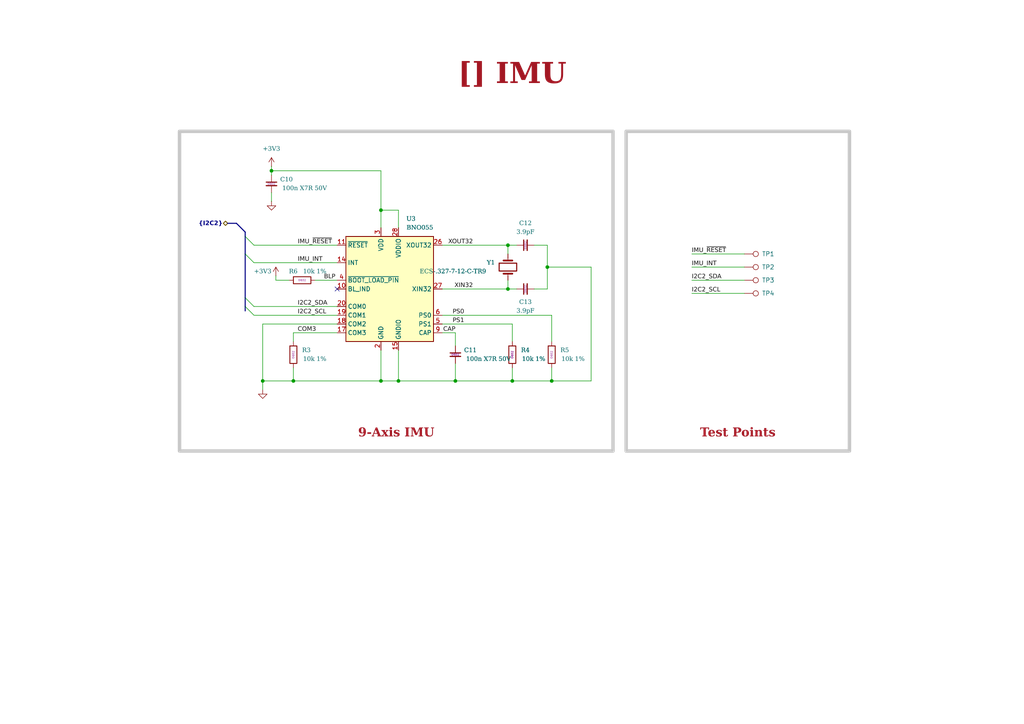
<source format=kicad_sch>
(kicad_sch (version 20231120) (generator "eeschema") (generator_version "8.0")
  (paper "A4")
  (title_block (title "IMU") (date "2025-01-12") (rev "${REVISION}") (company "${COMPANY}"))
  (lib_symbols
    (symbol "Connector:TestPoint" (pin_numbers hide) (pin_names (offset 0.762) hide)
      (property "Reference" "TP" (at 0 6.858 0))
      (property "Value" "TestPoint" (at 0 5.08 0))
      (symbol "TestPoint_0_1"
        (circle (center 0 3.302) (radius 0.762))
      )
      (symbol "TestPoint_1_1"
        (pin passive line (at 0 0 90) (length 2.54) (name "1") (number "1"))
      )
    )
    (symbol "Device:C_Small" (pin_numbers hide) (pin_names (offset 0.254) hide)
      (property "Reference" "C" (at 0.254 1.778 0))
      (property "Value" "C_Small" (at 0.254 -2.032 0))
      (symbol "C_Small_0_1"
        (polyline (pts (xy -1.524 -0.508) (xy 1.524 -0.508)) (stroke (width 0.3302)))
        (polyline (pts (xy -1.524 0.508) (xy 1.524 0.508)) (stroke (width 0.3048)))
      )
      (symbol "C_Small_1_1"
        (pin passive line (at 0 2.54 270) (length 2.032) (name "~") (number "1"))
        (pin passive line (at 0 -2.54 90) (length 2.032) (name "~") (number "2"))
      )
    )
    (symbol "Device:Crystal" (pin_numbers hide) (pin_names (offset 1.016) hide)
      (property "Reference" "Y" (at 0 3.81 0))
      (property "Value" "Crystal" (at 0 -3.81 0))
      (symbol "Crystal_0_1"
        (rectangle (start -1.143 2.54) (end 1.143 -2.54) (stroke (width 0.3048)))
        (polyline (pts (xy -2.54 0) (xy -1.905 0)))
        (polyline (pts (xy -1.905 -1.27) (xy -1.905 1.27)) (stroke (width 0.508)))
        (polyline (pts (xy 1.905 -1.27) (xy 1.905 1.27)) (stroke (width 0.508)))
        (polyline (pts (xy 2.54 0) (xy 1.905 0)))
      )
      (symbol "Crystal_1_1"
        (pin passive line (at -3.81 0 0) (length 1.27) (name "1") (number "1"))
        (pin passive line (at 3.81 0 180) (length 1.27) (name "2") (number "2"))
      )
    )
    (symbol "Device:R" (pin_numbers hide) (pin_names (offset 0))
      (property "Reference" "R" (at 2.032 0 90))
      (property "Value" "R" (at 0 0 90))
      (symbol "R_0_1"
        (rectangle (start -1.016 -2.54) (end 1.016 2.54) (stroke (width 0.254)))
      )
      (symbol "R_1_1"
        (pin passive line (at 0 3.81 270) (length 1.27) (name "~") (number "1"))
        (pin passive line (at 0 -3.81 90) (length 1.27) (name "~") (number "2"))
      )
    )
    (symbol "GND_1" (power) (pin_numbers hide) (pin_names (offset 0) hide)
      (property "Value" "GND" (at 0 -3.81 0))
      (symbol "GND_1_0_1"
        (polyline (pts (xy 0 0) (xy 0 -1.27) (xy 1.27 -1.27) (xy 0 -2.54) (xy -1.27 -1.27) (xy 0 -1.27)))
      )
      (symbol "GND_1_1_1"
        (pin power_in line (at 0 0 270) (length 0) (name "~") (number "1"))
      )
    )
    (symbol "Sensor_Motion:BNO055"
      (property "Reference" "U" (at -11.43 16.51 0))
      (property "Value" "BNO055" (at 12.7 16.51 0))
      (symbol "BNO055_0_1"
        (rectangle (start -12.7 15.24) (end 12.7 -15.24) (stroke (width 0.254)) (fill (type background)))
      )
      (symbol "BNO055_1_1"
        (pin no_connect line (at -12.7 10.16 0) (length 2.54) hide (name "PIN1") (number "1"))
        (pin output line (at -15.24 0 0) (length 2.54) (name "BL_IND") (number "10"))
        (pin input line (at -15.24 12.7 0) (length 2.54) (name "~{RESET}") (number "11"))
        (pin no_connect line (at 12.7 10.16 180) (length 2.54) hide (name "PIN12") (number "12"))
        (pin no_connect line (at 12.7 7.62 180) (length 2.54) hide (name "PIN13") (number "13"))
        (pin output line (at -15.24 7.62 0) (length 2.54) (name "INT") (number "14"))
        (pin power_in line (at 2.54 -17.78 90) (length 2.54) (name "GNDIO") (number "15"))
        (pin passive line (at 2.54 -17.78 90) (length 2.54) hide (name "GNDIO") (number "16"))
        (pin input line (at -15.24 -12.7 0) (length 2.54) (name "COM3") (number "17"))
        (pin passive line (at -15.24 -10.16 0) (length 2.54) (name "COM2") (number "18"))
        (pin bidirectional line (at -15.24 -7.62 0) (length 2.54) (name "COM1") (number "19"))
        (pin power_in line (at -2.54 -17.78 90) (length 2.54) (name "GND") (number "2"))
        (pin bidirectional line (at -15.24 -5.08 0) (length 2.54) (name "COM0") (number "20"))
        (pin no_connect line (at 12.7 5.08 180) (length 2.54) hide (name "PIN21") (number "21"))
        (pin no_connect line (at 12.7 2.54 180) (length 2.54) hide (name "PIN22") (number "22"))
        (pin no_connect line (at 12.7 -2.54 180) (length 2.54) hide (name "PIN23") (number "23"))
        (pin no_connect line (at 12.7 -5.08 180) (length 2.54) hide (name "PIN24") (number "24"))
        (pin passive line (at 2.54 -17.78 90) (length 2.54) hide (name "GNDIO") (number "25"))
        (pin output line (at 15.24 12.7 180) (length 2.54) (name "XOUT32") (number "26"))
        (pin input line (at 15.24 0 180) (length 2.54) (name "XIN32") (number "27"))
        (pin power_in line (at 2.54 17.78 270) (length 2.54) (name "VDDIO") (number "28"))
        (pin power_in line (at -2.54 17.78 270) (length 2.54) (name "VDD") (number "3"))
        (pin input line (at -15.24 2.54 0) (length 2.54) (name "~{BOOT_LOAD_PIN}") (number "4"))
        (pin input line (at 15.24 -10.16 180) (length 2.54) (name "PS1") (number "5"))
        (pin input line (at 15.24 -7.62 180) (length 2.54) (name "PS0") (number "6"))
        (pin no_connect line (at -12.7 5.08 0) (length 2.54) hide (name "PIN7") (number "7"))
        (pin no_connect line (at -12.7 -2.54 0) (length 2.54) hide (name "PIN8") (number "8"))
        (pin passive line (at 15.24 -12.7 180) (length 2.54) (name "CAP") (number "9"))
      )
    )
    (symbol "power:+3V3" (power) (pin_numbers hide) (pin_names (offset 0) hide)
      (property "Value" "+3V3" (at 0 3.556 0))
      (symbol "+3V3_0_1"
        (polyline (pts (xy -0.762 1.27) (xy 0 2.54)))
        (polyline (pts (xy 0 0) (xy 0 2.54)))
        (polyline (pts (xy 0 2.54) (xy 0.762 1.27)))
      )
      (symbol "+3V3_1_1"
        (pin power_in line (at 0 0 90) (length 0) (name "~") (number "1"))
      )
    )
  )
  (junction (at 158.75 77.47))
  (junction (at 147.32 71.12))
  (junction (at 85.09 110.49))
  (junction (at 76.2 110.49))
  (junction (at 78.74 49.53))
  (junction (at 132.08 110.49))
  (junction (at 148.59 110.49))
  (junction (at 147.32 83.82))
  (junction (at 115.57 110.49))
  (junction (at 110.49 110.49))
  (junction (at 110.49 60.96))
  (junction (at 160.02 110.49))
  (no_connect (at 97.79 83.82))
  (bus_entry (at 73.66 76.2) (size -2.54 -2.54))
  (bus_entry (at 73.66 91.44) (size -2.54 -2.54))
  (bus_entry (at 73.66 71.12) (size -2.54 -2.54))
  (bus_entry (at 73.66 88.9) (size -2.54 -2.54))
  (wire (pts (xy 85.09 96.52) (xy 97.79 96.52)))
  (wire (pts (xy 78.74 48.26) (xy 78.74 49.53)))
  (wire (pts (xy 91.44 81.28) (xy 97.79 81.28)))
  (wire (pts (xy 115.57 66.04) (xy 115.57 60.96)))
  (wire (pts (xy 147.32 71.12) (xy 149.86 71.12)))
  (wire (pts (xy 73.66 76.2) (xy 97.79 76.2)))
  (wire (pts (xy 76.2 110.49) (xy 76.2 93.98)))
  (wire (pts (xy 132.08 96.52) (xy 128.27 96.52)))
  (bus (pts (xy 71.12 67.31) (xy 71.12 68.58)))
  (bus (pts (xy 71.12 67.31) (xy 68.58 64.77)))
  (wire (pts (xy 200.66 77.47) (xy 215.9 77.47)))
  (wire (pts (xy 115.57 110.49) (xy 132.08 110.49)))
  (wire (pts (xy 80.01 81.28) (xy 83.82 81.28)))
  (wire (pts (xy 171.45 110.49) (xy 160.02 110.49)))
  (wire (pts (xy 148.59 110.49) (xy 160.02 110.49)))
  (bus (pts (xy 71.12 86.36) (xy 71.12 88.9)))
  (wire (pts (xy 200.66 73.66) (xy 215.9 73.66)))
  (wire (pts (xy 158.75 71.12) (xy 154.94 71.12)))
  (wire (pts (xy 147.32 83.82) (xy 128.27 83.82)))
  (wire (pts (xy 73.66 71.12) (xy 97.79 71.12)))
  (wire (pts (xy 73.66 88.9) (xy 97.79 88.9)))
  (bus (pts (xy 71.12 73.66) (xy 71.12 86.36)))
  (wire (pts (xy 132.08 100.33) (xy 132.08 96.52)))
  (wire (pts (xy 158.75 83.82) (xy 158.75 77.47)))
  (wire (pts (xy 147.32 71.12) (xy 128.27 71.12)))
  (wire (pts (xy 76.2 93.98) (xy 97.79 93.98)))
  (wire (pts (xy 200.66 85.09) (xy 215.9 85.09)))
  (wire (pts (xy 85.09 106.68) (xy 85.09 110.49)))
  (wire (pts (xy 115.57 60.96) (xy 110.49 60.96)))
  (wire (pts (xy 85.09 110.49) (xy 110.49 110.49)))
  (wire (pts (xy 171.45 77.47) (xy 171.45 110.49)))
  (wire (pts (xy 148.59 110.49) (xy 148.59 106.68)))
  (wire (pts (xy 110.49 110.49) (xy 115.57 110.49)))
  (wire (pts (xy 160.02 99.06) (xy 160.02 91.44)))
  (wire (pts (xy 73.66 91.44) (xy 97.79 91.44)))
  (wire (pts (xy 110.49 60.96) (xy 110.49 66.04)))
  (wire (pts (xy 158.75 77.47) (xy 171.45 77.47)))
  (wire (pts (xy 85.09 99.06) (xy 85.09 96.52)))
  (wire (pts (xy 78.74 49.53) (xy 110.49 49.53)))
  (wire (pts (xy 80.01 80.01) (xy 80.01 81.28)))
  (bus (pts (xy 71.12 68.58) (xy 71.12 73.66)))
  (wire (pts (xy 147.32 81.28) (xy 147.32 83.82)))
  (wire (pts (xy 154.94 83.82) (xy 158.75 83.82)))
  (wire (pts (xy 160.02 91.44) (xy 128.27 91.44)))
  (wire (pts (xy 158.75 77.47) (xy 158.75 71.12)))
  (wire (pts (xy 78.74 50.8) (xy 78.74 49.53)))
  (wire (pts (xy 148.59 93.98) (xy 128.27 93.98)))
  (wire (pts (xy 110.49 49.53) (xy 110.49 60.96)))
  (wire (pts (xy 76.2 110.49) (xy 85.09 110.49)))
  (bus (pts (xy 68.58 64.77) (xy 66.04 64.77)))
  (wire (pts (xy 78.74 58.42) (xy 78.74 55.88)))
  (wire (pts (xy 110.49 101.6) (xy 110.49 110.49)))
  (wire (pts (xy 76.2 113.03) (xy 76.2 110.49)))
  (wire (pts (xy 132.08 110.49) (xy 148.59 110.49)))
  (wire (pts (xy 132.08 105.41) (xy 132.08 110.49)))
  (wire (pts (xy 200.66 81.28) (xy 215.9 81.28)))
  (wire (pts (xy 147.32 83.82) (xy 149.86 83.82)))
  (wire (pts (xy 148.59 99.06) (xy 148.59 93.98)))
  (wire (pts (xy 115.57 101.6) (xy 115.57 110.49)))
  (wire (pts (xy 160.02 106.68) (xy 160.02 110.49)))
  (wire (pts (xy 147.32 73.66) (xy 147.32 71.12)))
  (bus (pts (xy 71.12 88.9) (xy 71.12 90.17)))
  (rectangle (start 181.61 38.1) (end 246.38 130.81) (stroke (width 1) (color 200 200 200 1)))
  (rectangle (start 52.07 38.1) (end 177.8 130.81) (stroke (width 1) (color 200 200 200 1)))
  (text_box "[${#}] ${TITLE}" (at 12.7 15.24 0) (size 271.78 12.7) (stroke (width -0.0001)) (effects (font (size 6 6) (thickness 1.2) (bold yes))))
  (text_box "9-Axis IMU" (at 53.34 119.38 0) (size 123.19 9.525) (stroke (width -0.0001)) (effects (font (size 2.54 2.54) (thickness 0.508) (bold yes)) (justify bottom)))
  (text_box "Test Points" (at 182.88 119.38 0) (size 62.23 9.525) (stroke (width -0.0001)) (effects (font (size 2.54 2.54) (thickness 0.508) (bold yes)) (justify bottom)))
  (text "Flexible I/O worked examples" (at 265.43 254 0) (effects (font (size 1.27 1.27)) (justify left bottom)))
  (text "References:" (at 265.43 250.19 0) (effects (font (size 1.27 1.27) (thickness 0.254) (bold yes)) (justify left bottom)))
  (text "Flexible I/O source configuration" (at 265.43 256.54 0) (effects (font (size 1.27 1.27)) (justify left bottom)))
  (label "BLP" (at 93.98 81.28 0))
  (label "PS0" (at 134.62 91.44 180))
  (label "IMU_INT" (at 86.36 76.2 0))
  (label "IMU_~{RESET}" (at 200.66 73.66 0))
  (label "I2C2_SCL" (at 86.36 91.44 0))
  (label "COM3" (at 86.36 96.52 0))
  (label "I2C2_SCL" (at 200.66 85.09 0))
  (label "CAP" (at 132.08 96.52 180))
  (label "PS1" (at 134.62 93.98 180))
  (label "IMU_~{RESET}" (at 86.36 71.12 0))
  (label "IMU_INT" (at 200.66 77.47 0))
  (label "I2C2_SDA" (at 86.36 88.9 0))
  (label "XOUT32" (at 137.16 71.12 180))
  (label "XIN32" (at 137.16 83.82 180))
  (label "I2C2_SDA" (at 200.66 81.28 0))
  (hierarchical_label "{I2C2}" (shape bidirectional) (at 66.04 64.77 180) (effects (font (bold yes))))
  (symbol (lib_id "power:+3V3") (at 78.74 48.26 0) (unit 1)
    (property "Reference" "#PWR011" (effects (hide yes)))
    (property "Value" "+3V3" (at 78.74 43.18 0))
    (property "Description" "Power symbol creates a global label with name \"+3V3\"" (effects (hide yes)))
  )
  (symbol (lib_id "Device:R") (at 160.02 102.87 0) (unit 1)
    (property "Reference" "R5" (at 162.56 101.6 0) (effects (justify left)))
    (property "Value" "10k 1%" (at 162.56 104.14 0) (effects (justify left)))
    (property "Footprint" "0_resistor_smd:R_0402_1005_DensityHigh" (effects (hide yes)))
    (property "Datasheet" "https://www.yageo.com/upload/media/product/app/datasheet/rchip/pyu-rt_1-to-0.01_rohs_l.pdf" (effects (hide yes)))
    (property "Description" "10 kOhms ±1% 0.063W, 1/16W Chip Resistor 0402 (1005 Metric) Thin Film" (effects (hide yes)))
    (property "Supplier 1" "Digikey" (effects (hide yes)))
    (property "Supplier Part Number 1" "YAG1233CT-ND" (effects (hide yes)))
    (property "Manufacturer" "YAGEO" (effects (hide yes)))
    (property "Manufacturer Part Number" "RT0402FRE0710KL" (effects (hide yes)))
    (property "Package" "0402" (at 160.02 102.87 90) (effects (font (size 0.635 0.635))))
  )
  (symbol (lib_id "Connector:TestPoint") (at 215.9 77.47 270) (unit 1)
    (property "Reference" "TP2" (at 220.98 77.47 90) (effects (justify left)))
    (property "Value" "TestPoint" (effects (hide yes)))
    (property "Footprint" "0_testpoint:TestPoint_Pad_D0.5mm" (effects (hide yes)))
    (property "Description" "test point" (effects (hide yes)))
  )
  (symbol (lib_id "Device:C_Small") (at 152.4 71.12 90) (unit 1)
    (property "Reference" "C12" (at 152.4 64.77 90))
    (property "Value" "3.9pF" (at 152.4 67.31 90))
    (property "Footprint" "Capacitor_SMD:C_0402_1005Metric" (effects (hide yes)))
    (property "Datasheet" "https://www.johansontechnology.com/downloads/catalog/johanson-technology-multi-layer-high-q-capacitors.pdf" (effects (hide yes)))
    (property "Supplier Part Number 1" "712-1401-1-ND" (effects (hide yes)))
    (property "Manufacturer Part Number" "500R07S3R9BV4T" (effects (hide yes)))
    (property "Package" "0402" (at 152.4 71.12 0) (effects (font (size 0.635 0.635))))
  )
  (symbol (lib_id "Device:R") (at 87.63 81.28 90) (unit 1)
    (property "Reference" "R6" (at 83.82 78.74 90) (effects (justify right)))
    (property "Value" "10k 1%" (at 87.63 78.74 90) (effects (justify right)))
    (property "Footprint" "0_resistor_smd:R_0402_1005_DensityHigh" (effects (hide yes)))
    (property "Datasheet" "https://www.yageo.com/upload/media/product/app/datasheet/rchip/pyu-rt_1-to-0.01_rohs_l.pdf" (effects (hide yes)))
    (property "Description" "10 kOhms ±1% 0.063W, 1/16W Chip Resistor 0402 (1005 Metric) Thin Film" (effects (hide yes)))
    (property "Supplier 1" "Digikey" (effects (hide yes)))
    (property "Supplier Part Number 1" "YAG1233CT-ND" (effects (hide yes)))
    (property "Manufacturer" "YAGEO" (effects (hide yes)))
    (property "Manufacturer Part Number" "RT0402FRE0710KL" (effects (hide yes)))
    (property "Package" "0402" (at 87.63 81.28 90) (effects (font (size 0.635 0.635))))
  )
  (symbol (lib_name "GND_1") (lib_id "power:GND") (at 76.2 113.03 0) (unit 1)
    (property "Reference" "#PWR010" (effects (hide yes)))
    (property "Value" "GND" (effects (hide yes)))
  )
  (symbol (lib_id "Device:R") (at 85.09 102.87 0) (unit 1)
    (property "Reference" "R3" (at 87.63 101.6 0) (effects (justify left)))
    (property "Value" "10k 1%" (at 87.63 104.14 0) (effects (justify left)))
    (property "Footprint" "0_resistor_smd:R_0402_1005_DensityHigh" (effects (hide yes)))
    (property "Datasheet" "https://www.yageo.com/upload/media/product/app/datasheet/rchip/pyu-rt_1-to-0.01_rohs_l.pdf" (effects (hide yes)))
    (property "Description" "10 kOhms ±1% 0.063W, 1/16W Chip Resistor 0402 (1005 Metric) Thin Film" (effects (hide yes)))
    (property "Supplier 1" "Digikey" (effects (hide yes)))
    (property "Supplier Part Number 1" "YAG1233CT-ND" (effects (hide yes)))
    (property "Manufacturer" "YAGEO" (effects (hide yes)))
    (property "Manufacturer Part Number" "RT0402FRE0710KL" (effects (hide yes)))
    (property "Package" "0402" (at 85.09 102.87 90) (effects (font (size 0.635 0.635))))
  )
  (symbol (lib_id "Device:C_Small") (at 78.74 53.34 0) (unit 1)
    (property "Reference" "C10" (at 81.28 52.0763 0) (effects (justify left)))
    (property "Value" "100n X7R 50V" (at 81.28 54.6163 0) (effects (justify left)))
    (property "Footprint" "0_capacitor_smd:C_0402_1005_DensityHigh" (effects (hide yes)))
    (property "Datasheet" "https://search.murata.co.jp/Ceramy/image/img/A01X/G101/ENG/GCM155R71H104KE02-01.pdf" (effects (hide yes)))
    (property "Description" "0.1 µF ±10% 50V Ceramic Capacitor X7R 0402 (1005 Metric)" (effects (hide yes)))
    (property "Supplier 1" "Digikey" (effects (hide yes)))
    (property "Supplier Part Number 1" "490-14514-1-ND" (effects (hide yes)))
    (property "Manufacturer" "Murata Electronics" (effects (hide yes)))
    (property "Manufacturer Part Number" "GCM155R71H104KE02J" (effects (hide yes)))
    (property "Package" "0402" (at 78.74 53.34 0) (effects (font (size 0.635 0.635))))
  )
  (symbol (lib_id "Device:C_Small") (at 132.08 102.87 0) (unit 1)
    (property "Reference" "C11" (at 134.62 101.6063 0) (effects (justify left)))
    (property "Value" "100n X7R 50V" (at 134.62 104.1463 0) (effects (justify left)))
    (property "Footprint" "0_capacitor_smd:C_0402_1005_DensityHigh" (effects (hide yes)))
    (property "Datasheet" "https://search.murata.co.jp/Ceramy/image/img/A01X/G101/ENG/GCM155R71H104KE02-01.pdf" (effects (hide yes)))
    (property "Description" "0.1 µF ±10% 50V Ceramic Capacitor X7R 0402 (1005 Metric)" (effects (hide yes)))
    (property "Supplier 1" "Digikey" (effects (hide yes)))
    (property "Supplier Part Number 1" "490-14514-1-ND" (effects (hide yes)))
    (property "Manufacturer" "Murata Electronics" (effects (hide yes)))
    (property "Manufacturer Part Number" "GCM155R71H104KE02J" (effects (hide yes)))
    (property "Package" "0402" (at 132.08 102.87 0) (effects (font (size 0.635 0.635))))
  )
  (symbol (lib_id "Connector:TestPoint") (at 215.9 85.09 270) (unit 1)
    (property "Reference" "TP4" (at 220.98 85.09 90) (effects (justify left)))
    (property "Value" "TestPoint" (effects (hide yes)))
    (property "Footprint" "0_testpoint:TestPoint_Pad_D0.5mm" (effects (hide yes)))
    (property "Description" "test point" (effects (hide yes)))
  )
  (symbol (lib_name "GND_1") (lib_id "power:GND") (at 78.74 58.42 0) (unit 1)
    (property "Reference" "#PWR012" (effects (hide yes)))
    (property "Value" "GND" (effects (hide yes)))
  )
  (symbol (lib_id "Connector:TestPoint") (at 215.9 81.28 270) (unit 1)
    (property "Reference" "TP3" (at 220.98 81.28 90) (effects (justify left)))
    (property "Value" "TestPoint" (effects (hide yes)))
    (property "Footprint" "0_testpoint:TestPoint_Pad_D0.5mm" (effects (hide yes)))
    (property "Description" "test point" (effects (hide yes)))
  )
  (symbol (lib_id "Device:R") (at 148.59 102.87 0) (unit 1)
    (property "Reference" "R4" (at 151.13 101.6 0) (effects (justify left)))
    (property "Value" "10k 1%" (at 151.13 104.14 0) (effects (justify left)))
    (property "Footprint" "0_resistor_smd:R_0402_1005_DensityHigh" (effects (hide yes)))
    (property "Datasheet" "https://www.yageo.com/upload/media/product/app/datasheet/rchip/pyu-rt_1-to-0.01_rohs_l.pdf" (effects (hide yes)))
    (property "Description" "10 kOhms ±1% 0.063W, 1/16W Chip Resistor 0402 (1005 Metric) Thin Film" (effects (hide yes)))
    (property "Supplier 1" "Digikey" (effects (hide yes)))
    (property "Supplier Part Number 1" "YAG1233CT-ND" (effects (hide yes)))
    (property "Manufacturer" "YAGEO" (effects (hide yes)))
    (property "Manufacturer Part Number" "RT0402FRE0710KL" (effects (hide yes)))
    (property "Package" "0402" (at 148.59 102.87 90) (effects (font (size 0.635 0.635))))
  )
  (symbol (lib_id "Sensor_Motion:BNO055") (at 113.03 83.82 0) (unit 1)
    (property "Reference" "U3" (at 117.8835 63.5 0) (effects (justify left)))
    (property "Value" "BNO055" (at 117.8835 66.04 0) (effects (justify left)))
    (property "Footprint" "Package_LGA:LGA-28_5.2x3.8mm_P0.5mm" (effects (hide yes)))
    (property "Datasheet" "https://www.bosch-sensortec.com/media/boschsensortec/downloads/datasheets/bst-bno055-ds000.pdf" (effects (hide yes)))
    (property "Description" "Intelligent 9-axis absolute orientation sensor, LGA-28" (effects (hide yes)))
  )
  (symbol (lib_id "power:+3V3") (at 80.01 80.01 0) (unit 1)
    (property "Reference" "#PWR013" (effects (hide yes)))
    (property "Value" "+3V3" (at 76.2 78.74 0))
    (property "Description" "Power symbol creates a global label with name \"+3V3\"" (effects (hide yes)))
  )
  (symbol (lib_id "Device:C_Small") (at 152.4 83.82 90) (unit 1)
    (property "Reference" "C13" (at 152.4 87.63 90))
    (property "Value" "3.9pF" (at 152.4 90.17 90))
    (property "Footprint" "Capacitor_SMD:C_0402_1005Metric" (effects (hide yes)))
    (property "Datasheet" "https://www.johansontechnology.com/downloads/catalog/johanson-technology-multi-layer-high-q-capacitors.pdf" (effects (hide yes)))
    (property "Supplier Part Number 1" "712-1401-1-ND" (effects (hide yes)))
    (property "Manufacturer Part Number" "500R07S3R9BV4T" (effects (hide yes)))
    (property "Package" "0402" (at 152.4 83.82 0) (effects (font (size 0.635 0.635))))
  )
  (symbol (lib_id "Device:Crystal") (at 147.32 77.47 270) (mirror x) (unit 1)
    (property "Reference" "Y1" (at 143.51 76.2 90) (effects (justify right)))
    (property "Value" "ECS-.327-7-12-C-TR9" (at 143.51 78.74 90) (effects (justify right)))
    (property "Footprint" "Crystal:Crystal_SMD_2012-2Pin_2.0x1.2mm" (effects (hide yes)))
    (property "Datasheet" "https://ecsxtal.com/store/pdf/ECX_12.pdf" (effects (hide yes)))
    (property "Manufacturer ref" "ECS-.327-7-12-C-TR9" (effects (hide yes)))
    (property "Digikey ref" "50-ECS-.327-7-12-C-TR9CT-ND" (effects (hide yes)))
  )
  (symbol (lib_id "Connector:TestPoint") (at 215.9 73.66 270) (unit 1)
    (property "Reference" "TP1" (at 220.98 73.66 90) (effects (justify left)))
    (property "Value" "TestPoint" (effects (hide yes)))
    (property "Footprint" "0_testpoint:TestPoint_Pad_D0.5mm" (effects (hide yes)))
    (property "Description" "test point" (effects (hide yes)))
  )
)
</source>
